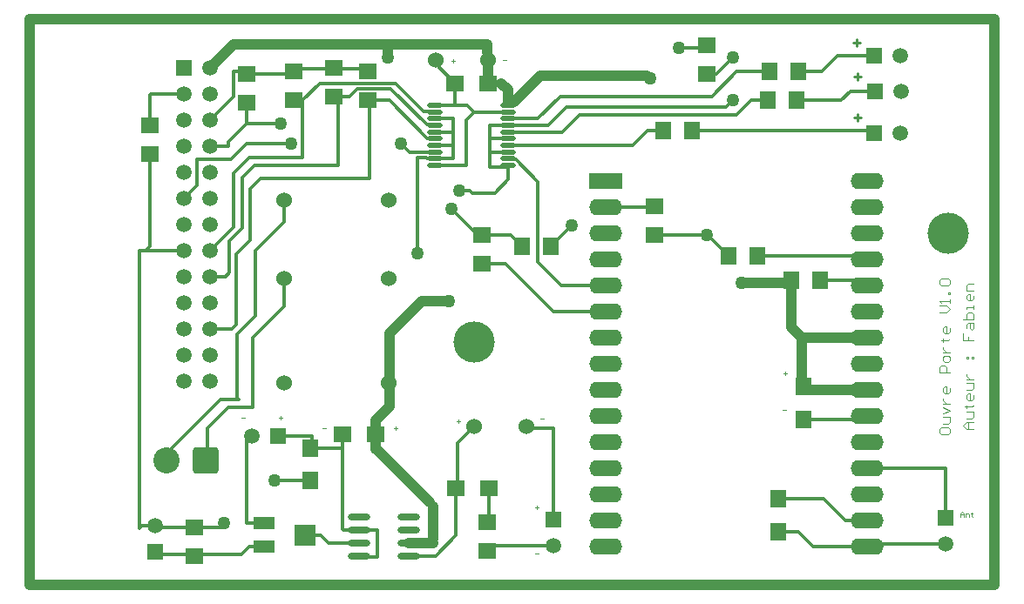
<source format=gtl>
%FSLAX25Y25*%
%MOIN*%
G70*
G01*
G75*
G04 Layer_Physical_Order=1*
G04 Layer_Color=255*
%ADD10O,0.05906X0.01772*%
%ADD11O,0.08661X0.02362*%
%ADD12R,0.07874X0.05118*%
%ADD13R,0.07874X0.07874*%
%ADD14R,0.06000X0.07000*%
%ADD15R,0.07087X0.06299*%
%ADD16R,0.06299X0.07087*%
%ADD17R,0.07000X0.06000*%
%ADD18C,0.03937*%
%ADD19C,0.01181*%
%ADD20C,0.00394*%
%ADD21C,0.01000*%
%ADD22C,0.06000*%
G04:AMPARAMS|DCode=23|XSize=100mil|YSize=100mil|CornerRadius=12.5mil|HoleSize=0mil|Usage=FLASHONLY|Rotation=90.000|XOffset=0mil|YOffset=0mil|HoleType=Round|Shape=RoundedRectangle|*
%AMROUNDEDRECTD23*
21,1,0.10000,0.07500,0,0,90.0*
21,1,0.07500,0.10000,0,0,90.0*
1,1,0.02500,0.03750,0.03750*
1,1,0.02500,0.03750,-0.03750*
1,1,0.02500,-0.03750,-0.03750*
1,1,0.02500,-0.03750,0.03750*
%
%ADD23ROUNDEDRECTD23*%
%ADD24C,0.10000*%
%ADD25C,0.05906*%
%ADD26R,0.05906X0.05906*%
%ADD27O,0.12598X0.06299*%
%ADD28R,0.12598X0.06299*%
%ADD29C,0.15748*%
%ADD30R,0.05906X0.05906*%
%ADD31C,0.05000*%
D10*
X320524Y483516D02*
D03*
Y480957D02*
D03*
Y478398D02*
D03*
Y475839D02*
D03*
Y473279D02*
D03*
Y470720D02*
D03*
Y468161D02*
D03*
Y465602D02*
D03*
Y463043D02*
D03*
Y460484D02*
D03*
X348476Y483516D02*
D03*
Y480957D02*
D03*
Y478398D02*
D03*
Y475839D02*
D03*
Y473279D02*
D03*
Y470720D02*
D03*
Y468161D02*
D03*
Y465602D02*
D03*
Y463043D02*
D03*
Y460484D02*
D03*
D11*
X291551Y326000D02*
D03*
Y321000D02*
D03*
Y316000D02*
D03*
Y311000D02*
D03*
X310449Y326000D02*
D03*
Y321000D02*
D03*
Y316000D02*
D03*
Y311000D02*
D03*
D12*
X255126Y323528D02*
D03*
Y314472D02*
D03*
D13*
X270874Y319000D02*
D03*
D14*
X461500Y375800D02*
D03*
Y363200D02*
D03*
X273000Y339700D02*
D03*
Y352300D02*
D03*
X452000Y320200D02*
D03*
Y332800D02*
D03*
D15*
X404500Y433988D02*
D03*
Y445012D02*
D03*
X338500Y434012D02*
D03*
Y422988D02*
D03*
X266500Y496512D02*
D03*
Y485488D02*
D03*
X295000Y496512D02*
D03*
Y485488D02*
D03*
X282000Y498012D02*
D03*
Y486988D02*
D03*
X248500Y495512D02*
D03*
Y484488D02*
D03*
X424500Y506512D02*
D03*
Y495488D02*
D03*
X228500Y310988D02*
D03*
Y322012D02*
D03*
X340500Y312988D02*
D03*
Y324012D02*
D03*
X211500Y464988D02*
D03*
Y476012D02*
D03*
D16*
X468012Y416500D02*
D03*
X456988D02*
D03*
X407988Y474000D02*
D03*
X419012D02*
D03*
X447988Y485500D02*
D03*
X459012D02*
D03*
X448488Y496500D02*
D03*
X459512D02*
D03*
X432988Y426000D02*
D03*
X444012D02*
D03*
X365012Y429500D02*
D03*
X353988D02*
D03*
D17*
X340800Y492000D02*
D03*
X328200D02*
D03*
X341300Y337000D02*
D03*
X328700D02*
D03*
X297800Y357500D02*
D03*
X285200D02*
D03*
D18*
X456988Y398512D02*
X461000Y394500D01*
X455988Y415500D02*
X456988Y416500D01*
X438000Y415500D02*
X455988D01*
X461000Y378300D02*
Y394500D01*
X461500Y375800D02*
X462800Y374500D01*
X348476Y485024D02*
X348500Y485000D01*
X348476Y485024D02*
Y489524D01*
X320000Y317500D02*
Y330000D01*
X310449Y316000D02*
X320000D01*
X302000Y507000D02*
X340500D01*
Y503700D02*
Y507000D01*
X362000Y495000D02*
X401500D01*
X351000Y485000D02*
X360984Y494984D01*
X302500Y502000D02*
Y506500D01*
X243500Y507000D02*
X302000D01*
X303146Y368146D02*
Y396146D01*
X315500Y408500D01*
X326000D01*
X340800Y492000D02*
Y502000D01*
X346000Y492000D02*
X348476Y489524D01*
X234500Y498000D02*
X243500Y507000D01*
X462800Y374500D02*
X486000D01*
X461000Y394500D02*
X486000D01*
X456988Y398512D02*
Y416500D01*
X297800Y362800D02*
X303146Y368146D01*
X297800Y351700D02*
Y362800D01*
X298800Y351200D02*
X318500Y331500D01*
X165500Y300000D02*
Y516535D01*
X534646D01*
Y300000D02*
Y516535D01*
X165500Y300000D02*
X534646D01*
D19*
X461000Y378300D02*
X464000D01*
X330000Y451000D02*
X334000D01*
X340500Y503700D02*
X341500Y502700D01*
X320800Y499400D02*
Y501000D01*
Y499400D02*
X328200Y492000D01*
X423488Y505500D02*
X424500Y506512D01*
X414000Y505500D02*
X423488D01*
X404500Y433988D02*
X404512Y434000D01*
X424500D01*
X334000Y451000D02*
X335000Y450000D01*
X343453D01*
X348476Y455024D01*
Y460484D01*
X329200Y337500D02*
Y354200D01*
X335500Y360500D01*
X355500D02*
X356000Y360000D01*
X366000D01*
Y325000D02*
Y360000D01*
X302000Y507000D02*
X302500Y506500D01*
X365012Y429500D02*
X373000Y437488D01*
X402000Y474000D02*
X407988D01*
X396161Y468161D02*
X402000Y474000D01*
X348476Y468161D02*
X396161D01*
X376000Y480000D02*
X436000D01*
X369280Y473279D02*
X376000Y480000D01*
X348476Y473279D02*
X369280D01*
X432000Y483000D02*
X434500Y485500D01*
X371000Y483000D02*
X432000D01*
X363839Y475839D02*
X371000Y483000D01*
X348476Y475839D02*
X363839D01*
X368500Y487000D02*
X426500D01*
X359898Y478398D02*
X368500Y487000D01*
X348476Y478398D02*
X359898D01*
X366000Y404500D02*
X386000D01*
X347512Y422988D02*
X366000Y404500D01*
X338500Y422988D02*
X347512D01*
X369000Y414500D02*
X386000D01*
X360000Y423500D02*
X369000Y414500D01*
X360000Y423500D02*
Y454229D01*
X351481Y462748D02*
X360000Y454229D01*
X348772Y462748D02*
X351481D01*
X348476Y463043D02*
X348772Y462748D01*
X425000Y433988D02*
X432988Y426000D01*
X403988Y444500D02*
X404500Y445012D01*
X386000Y444500D02*
X403988D01*
X307500Y469000D02*
X310898Y465602D01*
X234500Y458000D02*
X235000Y458500D01*
X241500Y469500D02*
X248500Y476500D01*
X241500Y468000D02*
Y469500D01*
X295500Y455500D02*
Y485488D01*
X303047D01*
X295000D02*
X295500D01*
X317519Y471016D02*
X320228D01*
X303047Y485488D02*
X317519Y471016D01*
X283500Y460500D02*
Y486988D01*
X282000D02*
X283500D01*
X320228Y476134D02*
X320524Y475839D01*
X303637Y490016D02*
X317519Y476134D01*
X290886Y490016D02*
X303637D01*
X317519Y476134D02*
X320228D01*
X287858Y486988D02*
X290886Y490016D01*
X283500Y486988D02*
X287858D01*
X254000Y455500D02*
X295500D01*
X320228Y481252D02*
X320524Y480957D01*
X316193Y481252D02*
X320228D01*
X305461Y491984D02*
X316193Y481252D01*
X276484Y491984D02*
X305461D01*
X328000Y483516D02*
X332984D01*
X320524D02*
X328000D01*
X328200Y483716D01*
Y492000D01*
X251500Y460500D02*
X283500D01*
X477500Y324500D02*
X486000D01*
X452000Y320200D02*
X459500D01*
X486000Y344500D02*
X516000D01*
Y325500D02*
Y344500D01*
X465200Y314500D02*
X486000D01*
X487000Y315500D02*
X516000D01*
X461500Y363200D02*
X484700D01*
X484000Y416500D02*
X486000Y414500D01*
X468012Y416500D02*
X484000D01*
X484500Y426000D02*
X486000Y424500D01*
X444012Y426000D02*
X484500D01*
X262910Y438909D02*
Y444260D01*
X252000Y428000D02*
X262910Y438909D01*
Y406410D02*
Y417291D01*
X251000Y394500D02*
X262910Y406410D01*
X272822Y339878D02*
X273000Y339700D01*
X259191D02*
X272644D01*
X424500Y495488D02*
X428039D01*
X434500Y501949D01*
X441500Y485500D02*
X447988D01*
X436000Y480000D02*
X441500Y485500D01*
X310898Y465602D02*
X320524D01*
X248500Y476500D02*
X261500D01*
X336988Y434012D02*
X338500D01*
X327000Y444000D02*
X336988Y434012D01*
X338500D02*
X349476D01*
X353988Y429500D01*
X248500Y469000D02*
X265500D01*
X242500Y463000D02*
X248500Y469000D01*
X229500Y463000D02*
X242500D01*
X229500Y453000D02*
Y463000D01*
X224500Y448000D02*
X229500Y453000D01*
X320228Y463339D02*
X320524Y463043D01*
X317519Y463339D02*
X320228D01*
X317358Y463500D02*
X317519Y463339D01*
X314000Y463500D02*
X317358D01*
X314000Y427000D02*
Y463500D01*
X252000Y403000D02*
Y428000D01*
X245000Y396000D02*
X252000Y403000D01*
X245000Y371500D02*
Y396000D01*
Y371500D02*
X245500Y371000D01*
X238500D02*
X245500D01*
X218500Y351000D02*
X238500Y371000D01*
X218500Y350500D02*
Y351000D01*
X251000Y368000D02*
Y394500D01*
X320228Y483220D02*
X320524Y483516D01*
X267000Y497500D02*
X295000D01*
X248500Y495512D02*
X265500D01*
X243512Y496512D02*
X251000D01*
X265500Y495512D02*
X266500Y496512D01*
X243500Y496500D02*
X243512Y496512D01*
X243500Y487000D02*
Y496500D01*
X234500Y478000D02*
X243500Y487000D01*
X210000Y428000D02*
X211500Y429500D01*
Y464988D01*
Y476012D02*
Y487500D01*
X212000Y488000D01*
X224500D01*
X241500Y368000D02*
X251000D01*
X233500Y360000D02*
X241500Y368000D01*
X233500Y350500D02*
Y360000D01*
X249472Y314472D02*
X255126D01*
X246488Y311488D02*
X249472Y314472D01*
X214512Y311488D02*
X246488D01*
X248528Y355028D02*
X250500Y357000D01*
X248528Y323528D02*
Y355028D01*
Y323528D02*
X255126D01*
X210000Y428000D02*
X224500D01*
X273100Y352200D02*
X285200D01*
X273500Y352600D02*
Y357000D01*
X260500D02*
X273500D01*
X321000Y311000D02*
X328700Y318700D01*
Y337000D01*
X340500Y324012D02*
X341300Y324812D01*
Y337000D01*
X270874Y319000D02*
X277000D01*
X280000Y316000D01*
X291551D01*
X292051Y310500D02*
X298500D01*
Y321000D01*
X291551D02*
X298500D01*
X285500D02*
X291551D01*
X285200Y321300D02*
X285500Y321000D01*
X285200Y321300D02*
Y352200D01*
Y357500D01*
X310449Y316000D02*
X310949Y316500D01*
X310449Y311000D02*
X321000D01*
X342512Y315000D02*
X366000D01*
X234500Y468000D02*
X241500D01*
X248500Y476500D02*
Y484488D01*
X234500Y398000D02*
X243000D01*
X244500Y399500D01*
Y426500D01*
X250000Y432000D01*
Y451500D01*
X254000Y455500D01*
X234500Y418000D02*
X240500D01*
X242000Y419500D01*
Y431500D01*
X247000Y436500D01*
Y456000D01*
X251500Y460500D01*
X234500Y428000D02*
X243500Y437000D01*
Y457500D01*
X249500Y463500D01*
X270000D01*
Y485488D01*
X266500D02*
X267500Y484488D01*
X266500Y485488D02*
X269988D01*
X276484Y491984D01*
X332984Y483516D02*
X335543Y480957D01*
X348476D01*
X320524Y478398D02*
X327602D01*
X327543Y463043D02*
X327602Y463102D01*
X320524Y463043D02*
X327543D01*
X320524Y473279D02*
X327382D01*
X327602Y473500D01*
Y478398D01*
X320524Y468161D02*
X327441D01*
X327602Y468000D01*
Y463102D02*
Y468000D01*
Y473500D01*
X320524Y460484D02*
X332516D01*
Y477929D01*
X335543Y480957D01*
X341661Y475839D02*
X348476D01*
X341661Y459839D02*
X347831D01*
X348476Y460484D01*
X341764Y465602D02*
X348476D01*
X341661Y465500D02*
X341764Y465602D01*
X341713Y470720D02*
X348476D01*
X341661Y470669D02*
X341713Y470720D01*
X341661Y465500D02*
Y470669D01*
Y475839D01*
X459512Y496500D02*
X468500D01*
X474500Y502500D01*
X488500D01*
X426500Y487000D02*
X436000Y496500D01*
X448488D01*
X419012Y474000D02*
X487500D01*
X488500Y473000D01*
X447520Y485032D02*
X447988Y485500D01*
X459012D02*
X476000D01*
X479500Y489000D01*
X489000D01*
X459500Y320200D02*
X465200Y314500D01*
X469200Y332800D02*
X477500Y324500D01*
X452000Y332800D02*
X469200D01*
X207500Y428000D02*
X210000D01*
X207500Y321500D02*
Y428000D01*
Y321500D02*
X208500Y322500D01*
X213500D01*
X238988D02*
X239000Y322512D01*
X213500Y312500D02*
X214512Y311488D01*
X213988Y322012D02*
X228500D01*
X213500Y322500D02*
X213988Y322012D01*
X228500D02*
X238512D01*
X341661Y459839D02*
Y465500D01*
D20*
X246500Y363984D02*
X247812D01*
X261000D02*
X262312D01*
X261656Y364640D02*
Y363328D01*
X359000Y311984D02*
X360312D01*
X359000Y329484D02*
X360312D01*
X359656Y330140D02*
Y328828D01*
X361000Y363484D02*
X362312D01*
X329000Y362484D02*
X330312D01*
X329656Y363140D02*
Y361828D01*
X277500Y359984D02*
X278812D01*
X305000D02*
X306312D01*
X305656Y360640D02*
Y359328D01*
X346500Y500984D02*
X347812D01*
X327000Y500484D02*
X328312D01*
X327656Y501140D02*
Y499828D01*
X521500Y326000D02*
Y327312D01*
X522156Y327968D01*
X522812Y327312D01*
Y326000D01*
Y326984D01*
X521500D01*
X523468Y326000D02*
Y327312D01*
X524452D01*
X524780Y326984D01*
Y326000D01*
X525764Y327640D02*
Y327312D01*
X525436D01*
X526092D01*
X525764D01*
Y326328D01*
X526092Y326000D01*
X454000Y380984D02*
X455312D01*
X454656Y381640D02*
Y380328D01*
X453500Y366984D02*
X454812D01*
X513564Y359468D02*
Y358156D01*
X514220Y357500D01*
X516844D01*
X517500Y358156D01*
Y359468D01*
X516844Y360124D01*
X514220D01*
X513564Y359468D01*
X514876Y361436D02*
X516844D01*
X517500Y362092D01*
Y364060D01*
X514876D01*
Y365371D02*
X517500Y366683D01*
X514876Y367995D01*
Y369307D02*
X517500D01*
X516188D01*
X515532Y369963D01*
X514876Y370619D01*
Y371275D01*
X517500Y375211D02*
Y373899D01*
X516844Y373243D01*
X515532D01*
X514876Y373899D01*
Y375211D01*
X515532Y375867D01*
X516188D01*
Y373243D01*
X517500Y381114D02*
X513564D01*
Y383082D01*
X514220Y383738D01*
X515532D01*
X516188Y383082D01*
Y381114D01*
X517500Y385706D02*
Y387018D01*
X516844Y387674D01*
X515532D01*
X514876Y387018D01*
Y385706D01*
X515532Y385050D01*
X516844D01*
X517500Y385706D01*
X514876Y388986D02*
X517500D01*
X516188D01*
X515532Y389642D01*
X514876Y390298D01*
Y390954D01*
X514220Y393578D02*
X514876D01*
Y392922D01*
Y394234D01*
Y393578D01*
X516844D01*
X517500Y394234D01*
Y398169D02*
Y396857D01*
X516844Y396201D01*
X515532D01*
X514876Y396857D01*
Y398169D01*
X515532Y398825D01*
X516188D01*
Y396201D01*
X513564Y404073D02*
X516188D01*
X517500Y405385D01*
X516188Y406697D01*
X513564D01*
X517500Y408009D02*
Y409321D01*
Y408665D01*
X513564D01*
X514220Y408009D01*
X517500Y411288D02*
X516844D01*
Y411944D01*
X517500D01*
Y411288D01*
X514220Y414568D02*
X513564Y415224D01*
Y416536D01*
X514220Y417192D01*
X516844D01*
X517500Y416536D01*
Y415224D01*
X516844Y414568D01*
X514220D01*
X526500Y359500D02*
X523876D01*
X522564Y360812D01*
X523876Y362124D01*
X526500D01*
X524532D01*
Y359500D01*
X523876Y363436D02*
X525844D01*
X526500Y364092D01*
Y366060D01*
X523876D01*
X523220Y368027D02*
X523876D01*
Y367372D01*
Y368683D01*
Y368027D01*
X525844D01*
X526500Y368683D01*
Y372619D02*
Y371307D01*
X525844Y370651D01*
X524532D01*
X523876Y371307D01*
Y372619D01*
X524532Y373275D01*
X525188D01*
Y370651D01*
X523876Y374587D02*
X525844D01*
X526500Y375243D01*
Y377211D01*
X523876D01*
Y378523D02*
X526500D01*
X525188D01*
X524532Y379179D01*
X523876Y379835D01*
Y380491D01*
Y386394D02*
Y387050D01*
X524532D01*
Y386394D01*
X523876D01*
X525844D02*
Y387050D01*
X526500D01*
Y386394D01*
X525844D01*
X522564Y396234D02*
Y393610D01*
X524532D01*
Y394922D01*
Y393610D01*
X526500D01*
X523876Y398201D02*
Y399513D01*
X524532Y400169D01*
X526500D01*
Y398201D01*
X525844Y397546D01*
X525188Y398201D01*
Y400169D01*
X522564Y401481D02*
X526500D01*
Y403449D01*
X525844Y404105D01*
X525188D01*
X524532D01*
X523876Y403449D01*
Y401481D01*
X526500Y405417D02*
Y406729D01*
Y406073D01*
X523876D01*
Y405417D01*
X526500Y410665D02*
Y409353D01*
X525844Y408697D01*
X524532D01*
X523876Y409353D01*
Y410665D01*
X524532Y411321D01*
X525188D01*
Y408697D01*
X526500Y412633D02*
X523876D01*
Y414600D01*
X524532Y415256D01*
X526500D01*
D21*
X481000Y478968D02*
X483624D01*
X482312Y480280D02*
Y477656D01*
X481000Y494468D02*
X483624D01*
X482312Y495780D02*
Y493156D01*
X480500Y507468D02*
X483124D01*
X481812Y508780D02*
Y506156D01*
D22*
X340800Y501000D02*
D03*
X320800D02*
D03*
X335500Y360500D02*
D03*
X355500D02*
D03*
X262713Y447291D02*
D03*
Y417291D02*
D03*
Y377291D02*
D03*
X302713D02*
D03*
Y417291D02*
D03*
Y447291D02*
D03*
D23*
X233000Y347500D02*
D03*
D24*
X218000D02*
D03*
D25*
X234500Y378000D02*
D03*
X224500D02*
D03*
X234500Y388000D02*
D03*
X224500D02*
D03*
X234500Y398000D02*
D03*
X224500D02*
D03*
X234500Y408000D02*
D03*
X224500D02*
D03*
X234500Y418000D02*
D03*
X224500D02*
D03*
X234500Y428000D02*
D03*
X224500D02*
D03*
X234500Y438000D02*
D03*
X224500D02*
D03*
X234500Y448000D02*
D03*
X224500D02*
D03*
X234500Y458000D02*
D03*
X224500D02*
D03*
X234500Y468000D02*
D03*
X224500D02*
D03*
X234500Y478000D02*
D03*
X224500D02*
D03*
X234500Y488000D02*
D03*
X224500D02*
D03*
X234500Y498000D02*
D03*
X516000Y315500D02*
D03*
X498500Y473000D02*
D03*
X499000Y489000D02*
D03*
X498500Y502500D02*
D03*
X250500Y357000D02*
D03*
X213500Y322500D02*
D03*
X366000Y315000D02*
D03*
D26*
X224500Y498000D02*
D03*
X516000Y325500D02*
D03*
X213500Y312500D02*
D03*
X366000Y325000D02*
D03*
D27*
X486000Y314500D02*
D03*
Y324500D02*
D03*
Y334500D02*
D03*
Y344500D02*
D03*
Y354500D02*
D03*
Y364500D02*
D03*
Y374500D02*
D03*
Y384500D02*
D03*
Y394500D02*
D03*
Y404500D02*
D03*
Y414500D02*
D03*
Y424500D02*
D03*
Y434500D02*
D03*
Y444500D02*
D03*
Y454500D02*
D03*
X386000Y314500D02*
D03*
Y324500D02*
D03*
Y334500D02*
D03*
Y344500D02*
D03*
Y354500D02*
D03*
Y364500D02*
D03*
Y374500D02*
D03*
Y384500D02*
D03*
Y394500D02*
D03*
Y404500D02*
D03*
Y414500D02*
D03*
Y424500D02*
D03*
Y434500D02*
D03*
Y444500D02*
D03*
D28*
Y454500D02*
D03*
D29*
X517000Y434500D02*
D03*
X335500Y393000D02*
D03*
D30*
X488500Y473000D02*
D03*
X489000Y489000D02*
D03*
X488500Y502500D02*
D03*
X260500Y357000D02*
D03*
D31*
X438000Y415500D02*
D03*
X330000Y451000D02*
D03*
X424500Y434000D02*
D03*
X403000Y494000D02*
D03*
X302500Y502000D02*
D03*
X414000Y505500D02*
D03*
X307500Y469000D02*
D03*
X259191Y339700D02*
D03*
X240000Y323500D02*
D03*
X434500Y501949D02*
D03*
Y485500D02*
D03*
X261500Y476500D02*
D03*
X327000Y444000D02*
D03*
X265500Y469000D02*
D03*
X314000Y427000D02*
D03*
X326000Y408500D02*
D03*
X373000Y437488D02*
D03*
M02*

</source>
